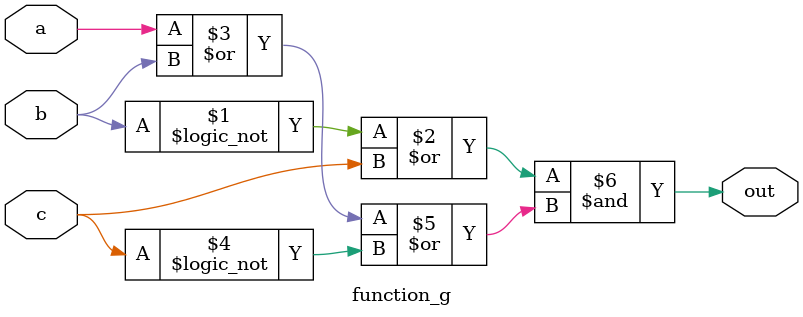
<source format=v>
module function_g(out, a, b, c);
output out;
input a, b, c;

assign out = ((!b)|c) & (a|b|(!c));
endmodule
</source>
